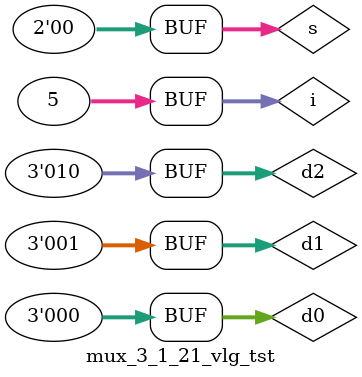
<source format=v>
`timescale 1 ps/1 ps

module mux_3_1_21_vlg_tst();

reg [1:0] s;
reg [2:0] d0; 
reg [2:0] d1;
reg [2:0] d2;

wire [2:0] y;

integer i;

mux_3_1_21 dut (
	.s  (s),
	.d0 (d0),
	.d1 (d1),
	.d2 (d2),
	.y  (y)
);

initial begin 
	$monitor("s = %b d0 = %b d1 = %b d2 = %b y = %b", s, d0, d1, d2, y);
	d0 = 2'b000; d1 = 2'b001; d2 = 2'b010;
	
	for (i = 0; i <= 4; i = i + 1) begin
		#10 s = i;
	end
end

endmodule

</source>
